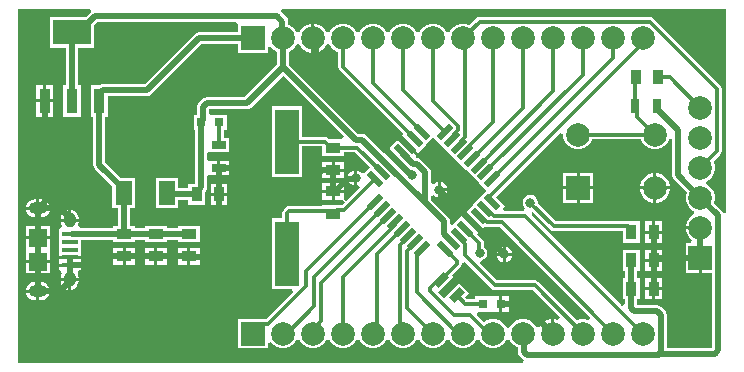
<source format=gtl>
G04*
G04 #@! TF.GenerationSoftware,Altium Limited,Altium Designer,24.5.2 (23)*
G04*
G04 Layer_Physical_Order=1*
G04 Layer_Color=255*
%FSLAX44Y44*%
%MOMM*%
G71*
G04*
G04 #@! TF.SameCoordinates,52CA54B2-E9F7-45E4-B012-8A7E883E60BD*
G04*
G04*
G04 #@! TF.FilePolarity,Positive*
G04*
G01*
G75*
G04:AMPARAMS|DCode=13|XSize=0.55mm|YSize=1.5mm|CornerRadius=0mm|HoleSize=0mm|Usage=FLASHONLY|Rotation=45.000|XOffset=0mm|YOffset=0mm|HoleType=Round|Shape=Rectangle|*
%AMROTATEDRECTD13*
4,1,4,0.3359,-0.7248,-0.7248,0.3359,-0.3359,0.7248,0.7248,-0.3359,0.3359,-0.7248,0.0*
%
%ADD13ROTATEDRECTD13*%

G04:AMPARAMS|DCode=14|XSize=0.55mm|YSize=1.5mm|CornerRadius=0mm|HoleSize=0mm|Usage=FLASHONLY|Rotation=315.000|XOffset=0mm|YOffset=0mm|HoleType=Round|Shape=Rectangle|*
%AMROTATEDRECTD14*
4,1,4,-0.7248,-0.3359,0.3359,0.7248,0.7248,0.3359,-0.3359,-0.7248,-0.7248,-0.3359,0.0*
%
%ADD14ROTATEDRECTD14*%

%ADD15R,1.3000X0.9000*%
%ADD16R,0.9000X1.3000*%
G04:AMPARAMS|DCode=17|XSize=0.7mm|YSize=1.3mm|CornerRadius=0mm|HoleSize=0mm|Usage=FLASHONLY|Rotation=135.000|XOffset=0mm|YOffset=0mm|HoleType=Round|Shape=Rectangle|*
%AMROTATEDRECTD17*
4,1,4,0.7071,0.2121,-0.2121,-0.7071,-0.7071,-0.2121,0.2121,0.7071,0.7071,0.2121,0.0*
%
%ADD17ROTATEDRECTD17*%

%ADD18R,0.8000X0.8000*%
%ADD19R,0.7000X1.3000*%
%ADD20R,0.9500X2.1500*%
%ADD21R,3.2500X2.1500*%
%ADD22R,1.5000X1.5000*%
%ADD23R,1.3500X0.4000*%
%ADD24R,1.4000X2.0300*%
%ADD25R,1.3000X0.7000*%
%ADD26R,2.0000X5.5000*%
%ADD46C,0.5000*%
%ADD47C,0.3000*%
%ADD48R,2.0000X2.0000*%
%ADD49C,2.0000*%
%ADD50O,1.5500X1.0000*%
%ADD51O,1.0000X1.3000*%
%ADD52R,2.0000X2.0000*%
%ADD53C,0.8000*%
G36*
X61764Y297949D02*
X61790Y297500D01*
X57540Y293250D01*
X27250D01*
Y266750D01*
X40902D01*
Y235250D01*
X38750D01*
Y208750D01*
X53250D01*
Y235250D01*
X51098D01*
Y266750D01*
X64750D01*
Y286040D01*
X67612Y288902D01*
X184781D01*
X186700Y287500D01*
X186700Y286402D01*
Y280098D01*
X153350D01*
X151399Y279710D01*
X149745Y278605D01*
X107488Y236348D01*
X72250D01*
X70299Y235960D01*
X69237Y235250D01*
X61750D01*
Y208750D01*
X63902D01*
Y167750D01*
X64290Y165799D01*
X65395Y164145D01*
X80100Y149440D01*
Y131350D01*
X84902D01*
Y116500D01*
X81000D01*
Y114598D01*
X52753D01*
X51166Y117098D01*
X51346Y117532D01*
X51605Y119500D01*
Y119730D01*
X44000D01*
Y121000D01*
D01*
Y119730D01*
X36395D01*
Y119500D01*
X36654Y117532D01*
X37288Y116000D01*
X36862Y114869D01*
X35949Y113500D01*
X34750D01*
Y104500D01*
Y94040D01*
X34710D01*
Y90770D01*
X53290D01*
Y94040D01*
X53250D01*
Y104402D01*
X81000D01*
Y102500D01*
X99000D01*
Y104402D01*
X108000D01*
Y102500D01*
X126000D01*
Y104402D01*
X136000D01*
Y102500D01*
X154000D01*
Y116500D01*
X136000D01*
Y114598D01*
X126000D01*
Y116500D01*
X108000D01*
Y114598D01*
X99000D01*
Y116500D01*
X95098D01*
Y131350D01*
X99100D01*
Y156650D01*
X87310D01*
X74098Y169862D01*
Y208750D01*
X76250D01*
Y226152D01*
X109600D01*
X111551Y226540D01*
X113205Y227645D01*
X155462Y269902D01*
X186700D01*
Y262500D01*
X211700D01*
Y267343D01*
X214200Y268013D01*
X214597Y267325D01*
X216925Y264998D01*
X219502Y263510D01*
Y252712D01*
X191888Y225098D01*
X159929D01*
X157978Y224710D01*
X156324Y223605D01*
X153395Y220676D01*
X152290Y219022D01*
X151902Y217071D01*
Y210500D01*
X149000D01*
Y197500D01*
X150402D01*
Y152000D01*
X144500D01*
Y148098D01*
X135900D01*
Y156650D01*
X116900D01*
Y131350D01*
X135900D01*
Y137902D01*
X144500D01*
Y134000D01*
X158500D01*
Y144790D01*
X159105Y145395D01*
X160210Y147049D01*
X160598Y149000D01*
Y157110D01*
X160960Y159460D01*
X163098Y159460D01*
X168730D01*
Y165500D01*
Y171540D01*
X163098D01*
X160960Y171540D01*
X160598Y173890D01*
Y176167D01*
X161000Y178500D01*
X163098Y178500D01*
X179000D01*
Y190500D01*
X174578D01*
Y197500D01*
X177000D01*
Y210500D01*
X164598D01*
X164000Y210500D01*
X162098Y211944D01*
Y214902D01*
X194000D01*
X195951Y215290D01*
X197605Y216395D01*
X224600Y243390D01*
X275991Y192000D01*
X274955Y189500D01*
X263768D01*
X262884Y190384D01*
X261561Y191268D01*
X260000Y191578D01*
X260000Y191578D01*
X240500D01*
Y217500D01*
X215500D01*
Y157500D01*
X240500D01*
Y183422D01*
X258000D01*
Y175500D01*
X276000D01*
Y178422D01*
X285526D01*
X298204Y165744D01*
X293216Y160755D01*
X291233Y161016D01*
X290016Y162233D01*
X288524Y163094D01*
X287270Y163430D01*
Y157000D01*
Y150570D01*
X288089Y150789D01*
X289024Y149833D01*
X289546Y148710D01*
X278006Y137171D01*
X276040Y138740D01*
X276040Y140844D01*
Y144230D01*
X268270D01*
Y138460D01*
X273556D01*
X275760Y138460D01*
X277329Y136494D01*
X274414Y133578D01*
X270000D01*
X269606Y133500D01*
X258000D01*
Y133078D01*
X230000D01*
X228439Y132768D01*
X227116Y131884D01*
X227116Y131884D01*
X225116Y129884D01*
X224232Y128561D01*
X223922Y127000D01*
X223922Y127000D01*
Y122500D01*
X215500D01*
Y62500D01*
X232466D01*
X233423Y60190D01*
X210732Y37500D01*
X186700D01*
Y12500D01*
X211700D01*
Y17343D01*
X214200Y18013D01*
X214597Y17325D01*
X216925Y14998D01*
X219775Y13352D01*
X222954Y12500D01*
X226246D01*
X229425Y13352D01*
X232275Y14998D01*
X234603Y17325D01*
X235917Y19602D01*
X236998Y19856D01*
X237602D01*
X238683Y19602D01*
X239998Y17325D01*
X242325Y14998D01*
X245175Y13352D01*
X248354Y12500D01*
X251646D01*
X254825Y13352D01*
X257675Y14998D01*
X260002Y17325D01*
X261317Y19602D01*
X262398Y19856D01*
X263002D01*
X264083Y19602D01*
X265397Y17325D01*
X267725Y14998D01*
X270575Y13352D01*
X273754Y12500D01*
X277046D01*
X280225Y13352D01*
X283075Y14998D01*
X285403Y17325D01*
X286717Y19602D01*
X287798Y19856D01*
X288402D01*
X289483Y19602D01*
X290798Y17325D01*
X293125Y14998D01*
X295975Y13352D01*
X299154Y12500D01*
X302446D01*
X305625Y13352D01*
X308475Y14998D01*
X310802Y17325D01*
X312117Y19602D01*
X313198Y19856D01*
X313802D01*
X314883Y19602D01*
X316197Y17325D01*
X318525Y14998D01*
X321375Y13352D01*
X324554Y12500D01*
X327846D01*
X331025Y13352D01*
X333875Y14998D01*
X336203Y17325D01*
X337517Y19602D01*
X338598Y19856D01*
X339202D01*
X340283Y19602D01*
X341598Y17325D01*
X343925Y14998D01*
X346775Y13352D01*
X349954Y12500D01*
X353246D01*
X356425Y13352D01*
X359275Y14998D01*
X361603Y17325D01*
X362917Y19602D01*
X363998Y19856D01*
X364602D01*
X365683Y19602D01*
X366997Y17325D01*
X369325Y14998D01*
X372175Y13352D01*
X375354Y12500D01*
X378646D01*
X381825Y13352D01*
X384675Y14998D01*
X387002Y17325D01*
X388317Y19602D01*
X389398Y19856D01*
X390002D01*
X391083Y19602D01*
X392397Y17325D01*
X394725Y14998D01*
X397575Y13352D01*
X400754Y12500D01*
X404046D01*
X407225Y13352D01*
X410075Y14998D01*
X412402Y17325D01*
X413717Y19602D01*
X414798Y19856D01*
X415402D01*
X416483Y19602D01*
X417798Y17325D01*
X420125Y14998D01*
X422975Y13352D01*
X423380Y13243D01*
Y10929D01*
X423529Y10179D01*
X423380Y9429D01*
X423768Y7478D01*
X424873Y5824D01*
X427802Y2895D01*
X428393Y2500D01*
X427635Y0D01*
X0D01*
Y300000D01*
X60980D01*
X61764Y297949D01*
D02*
G37*
G36*
X600000Y127681D02*
X598714Y127271D01*
X597500Y127265D01*
X596605Y128605D01*
X589730Y135480D01*
X590500Y138354D01*
Y141646D01*
X589648Y144825D01*
X588003Y147675D01*
X585675Y150002D01*
X583398Y151317D01*
X583144Y152398D01*
Y153002D01*
X583398Y154083D01*
X585675Y155398D01*
X588003Y157725D01*
X589648Y160575D01*
X590500Y163754D01*
Y167046D01*
X589648Y170225D01*
X589262Y170894D01*
X594884Y176516D01*
X594884Y176516D01*
X595768Y177839D01*
X596078Y179400D01*
X596078Y179400D01*
Y232199D01*
X596078Y232199D01*
X595768Y233760D01*
X594884Y235083D01*
X594884Y235083D01*
X538083Y291884D01*
X536760Y292768D01*
X535199Y293078D01*
X535199Y293078D01*
X391000D01*
X391000Y293078D01*
X389439Y292768D01*
X388116Y291884D01*
X388116Y291884D01*
X382494Y286262D01*
X381825Y286648D01*
X378646Y287500D01*
X375354D01*
X372175Y286648D01*
X369325Y285002D01*
X366997Y282675D01*
X365683Y280398D01*
X364602Y280144D01*
X363998D01*
X362917Y280398D01*
X361603Y282675D01*
X359275Y285002D01*
X356425Y286648D01*
X353246Y287500D01*
X349954D01*
X346775Y286648D01*
X343925Y285002D01*
X341598Y282675D01*
X340283Y280398D01*
X339202Y280144D01*
X338598D01*
X337517Y280398D01*
X336203Y282675D01*
X333875Y285002D01*
X331025Y286648D01*
X327846Y287500D01*
X324554D01*
X321375Y286648D01*
X318525Y285002D01*
X316197Y282675D01*
X314883Y280398D01*
X313802Y280144D01*
X313198D01*
X312117Y280398D01*
X310802Y282675D01*
X308475Y285002D01*
X305625Y286648D01*
X302446Y287500D01*
X299154D01*
X295975Y286648D01*
X293125Y285002D01*
X290798Y282675D01*
X289483Y280398D01*
X288402Y280144D01*
X287798D01*
X286717Y280398D01*
X285403Y282675D01*
X283075Y285002D01*
X280225Y286648D01*
X277046Y287500D01*
X273754D01*
X270575Y286648D01*
X267725Y285002D01*
X265397Y282675D01*
X264111Y280447D01*
X263132Y280202D01*
X262285Y280205D01*
X261332Y280453D01*
X260035Y282700D01*
X257700Y285035D01*
X254840Y286685D01*
X251651Y287540D01*
X251270D01*
Y275000D01*
Y262460D01*
X251651D01*
X254840Y263315D01*
X257700Y264965D01*
X260035Y267300D01*
X261332Y269547D01*
X262285Y269795D01*
X263132Y269798D01*
X264111Y269553D01*
X265397Y267325D01*
X267725Y264998D01*
X270575Y263352D01*
X271322Y263152D01*
Y250884D01*
X271322Y250884D01*
X271632Y249324D01*
X272516Y248001D01*
X326460Y194056D01*
X324585Y192181D01*
X331685Y185082D01*
X338784Y177982D01*
X341627Y180825D01*
X341599Y180853D01*
X345459Y184714D01*
X352000Y191255D01*
X356773Y186482D01*
X362430Y180825D01*
X368087Y175168D01*
X373744Y169511D01*
X379400Y163854D01*
X385057Y158198D01*
X390714Y152541D01*
X397255Y146000D01*
X390714Y139459D01*
X385057Y133802D01*
X381197Y129942D01*
X381168Y129970D01*
X378326Y127127D01*
X385425Y120028D01*
X392524Y112929D01*
X395367Y115771D01*
X395980Y115429D01*
X395982Y115428D01*
X396241Y115376D01*
X396241Y115376D01*
X397543Y115117D01*
X397543Y115117D01*
X408115D01*
X484380Y38852D01*
X484149Y38318D01*
X482911Y36786D01*
X480246Y37500D01*
X476954D01*
X473775Y36648D01*
X473106Y36262D01*
X440571Y68797D01*
X439248Y69681D01*
X437687Y69992D01*
X437687Y69991D01*
X405776D01*
X391768Y84000D01*
X391795Y84774D01*
X392603Y86700D01*
X393509Y86943D01*
X394991Y87799D01*
X396201Y89009D01*
X397057Y90491D01*
X397500Y92144D01*
Y93856D01*
X397057Y95509D01*
X396201Y96991D01*
X394991Y98201D01*
X394921Y98241D01*
Y101500D01*
X394921Y101500D01*
X394611Y103061D01*
X393727Y104384D01*
X388853Y109257D01*
X390728Y111132D01*
X383629Y118232D01*
X376530Y125331D01*
X373687Y122489D01*
X373715Y122460D01*
X368563Y117308D01*
X366063Y117982D01*
Y120064D01*
X365675Y122015D01*
X364570Y123669D01*
X350098Y138141D01*
Y141117D01*
X352598Y142153D01*
X352984Y141767D01*
X354476Y140906D01*
X355730Y140570D01*
Y147000D01*
Y153430D01*
X354476Y153094D01*
X352984Y152233D01*
X352598Y151847D01*
X350098Y152882D01*
Y161485D01*
X349710Y163436D01*
X348605Y165090D01*
X341418Y172276D01*
X339765Y173382D01*
X338058Y173721D01*
X337616Y174434D01*
X337141Y176033D01*
X329889Y183286D01*
X322789Y190385D01*
X319947Y187543D01*
X319975Y187514D01*
X316143Y183682D01*
X316114Y183710D01*
X313272Y180868D01*
X320371Y173768D01*
X318575Y171972D01*
X311476Y179071D01*
X310145Y177741D01*
X295281Y192605D01*
X293627Y193710D01*
X291676Y194098D01*
X288312D01*
X229698Y252712D01*
Y263510D01*
X232275Y264998D01*
X234603Y267325D01*
X235889Y269553D01*
X236868Y269798D01*
X237715Y269795D01*
X238668Y269547D01*
X239965Y267300D01*
X242300Y264965D01*
X245160Y263315D01*
X248349Y262460D01*
X248730D01*
Y275000D01*
Y287540D01*
X248349D01*
X245160Y286685D01*
X242300Y285035D01*
X239965Y282700D01*
X238668Y280453D01*
X237715Y280205D01*
X236868Y280202D01*
X235889Y280447D01*
X234603Y282675D01*
X232275Y285002D01*
X229425Y286648D01*
X229125Y286728D01*
Y289176D01*
X228737Y291127D01*
X227632Y292781D01*
X222913Y297500D01*
X222939Y297949D01*
X223723Y300000D01*
X600000D01*
Y127681D01*
D02*
G37*
G36*
X462000Y194017D02*
Y191854D01*
X462852Y188675D01*
X464497Y185825D01*
X466825Y183498D01*
X469675Y181852D01*
X472854Y181000D01*
X476146D01*
X479325Y181852D01*
X482175Y183498D01*
X484502Y185825D01*
X486148Y188675D01*
X486348Y189422D01*
X527652D01*
X527852Y188675D01*
X529497Y185825D01*
X531825Y183498D01*
X534675Y181852D01*
X537854Y181000D01*
X541146D01*
X544325Y181852D01*
X547175Y183498D01*
X549502Y185825D01*
X551148Y188675D01*
X551526Y190084D01*
X554026Y189755D01*
Y158876D01*
X554414Y156925D01*
X555519Y155272D01*
X566270Y144520D01*
X565500Y141646D01*
Y138354D01*
X566352Y135175D01*
X567998Y132325D01*
X570325Y129998D01*
X572553Y128711D01*
X572798Y127732D01*
X572795Y126885D01*
X572547Y125932D01*
X570300Y124635D01*
X567966Y122300D01*
X566315Y119440D01*
X565460Y116251D01*
Y115870D01*
X578000D01*
Y113330D01*
X565460D01*
Y112949D01*
X566315Y109760D01*
X567966Y106900D01*
X570300Y104565D01*
X570864Y104240D01*
X570194Y101740D01*
X565460D01*
Y90470D01*
X578000D01*
Y89200D01*
X579270D01*
Y76660D01*
X587902D01*
Y13098D01*
X549498D01*
Y41041D01*
X549110Y42991D01*
X548005Y44645D01*
X545045Y47605D01*
X543391Y48710D01*
X541441Y49098D01*
X524098D01*
Y54000D01*
X526500D01*
Y72000D01*
X524598D01*
Y78000D01*
X526500D01*
Y96000D01*
X512500D01*
Y78000D01*
X514402D01*
Y72000D01*
X512500D01*
Y54000D01*
X513902D01*
Y49801D01*
X511402Y48766D01*
X435007Y125160D01*
X435830Y127873D01*
X436272Y127961D01*
X451116Y113116D01*
X451116Y113116D01*
X452439Y112232D01*
X454000Y111922D01*
X454000Y111922D01*
X512500D01*
Y102000D01*
X526500D01*
Y120000D01*
X516894D01*
X516500Y120078D01*
X516500Y120078D01*
X455689D01*
X440500Y135268D01*
Y136856D01*
X440057Y138509D01*
X439201Y139991D01*
X437991Y141201D01*
X436509Y142057D01*
X434856Y142500D01*
X433144D01*
X431491Y142057D01*
X430009Y141201D01*
X428799Y139991D01*
X427943Y138509D01*
X427500Y136856D01*
Y135144D01*
X427943Y133491D01*
X428799Y132009D01*
X429377Y131431D01*
X428483Y128931D01*
X411736D01*
X410780Y131241D01*
X412281Y132742D01*
X404735Y140288D01*
X459500Y195053D01*
X462000Y194017D01*
D02*
G37*
G36*
X401203Y63029D02*
X402526Y62145D01*
X404087Y61835D01*
X404087Y61835D01*
X435998D01*
X458880Y38953D01*
X457454Y36842D01*
X454851Y37540D01*
X454470D01*
Y25000D01*
X451930D01*
Y37540D01*
X451549D01*
X448360Y36685D01*
X445500Y35034D01*
X443166Y32700D01*
X441868Y30453D01*
X440915Y30206D01*
X440068Y30202D01*
X439089Y30447D01*
X437803Y32675D01*
X435475Y35003D01*
X432625Y36648D01*
X429446Y37500D01*
X426154D01*
X422975Y36648D01*
X420125Y35003D01*
X417798Y32675D01*
X416483Y30398D01*
X415402Y30143D01*
X414798D01*
X413717Y30398D01*
X412402Y32675D01*
X410075Y35003D01*
X407225Y36648D01*
X404046Y37500D01*
X400754D01*
X397575Y36648D01*
X394750Y35017D01*
X388768Y41000D01*
X389803Y43500D01*
X399977D01*
X402460Y43460D01*
X402983Y43460D01*
X407730D01*
Y50000D01*
Y56540D01*
X402983D01*
X402460Y56540D01*
X399977Y56500D01*
X387500D01*
Y54078D01*
X380689D01*
X378844Y55924D01*
X382324Y59404D01*
X373839Y67889D01*
X361157Y55207D01*
X356207Y60157D01*
X368889Y72839D01*
X367530Y74198D01*
X374625Y81292D01*
X375509Y82615D01*
X375819Y84176D01*
X375819Y84176D01*
Y84878D01*
X378319Y85913D01*
X401203Y63029D01*
D02*
G37*
%LPC*%
G36*
X30290Y235290D02*
X24270D01*
Y223270D01*
X30290D01*
Y235290D01*
D02*
G37*
G36*
X21730D02*
X15710D01*
Y223270D01*
X21730D01*
Y235290D01*
D02*
G37*
G36*
X30290Y220730D02*
X24270D01*
Y208710D01*
X30290D01*
Y220730D01*
D02*
G37*
G36*
X21730D02*
X15710D01*
Y208710D01*
X21730D01*
Y220730D01*
D02*
G37*
G36*
X171270Y171540D02*
Y166770D01*
X179040D01*
Y171540D01*
X171270D01*
D02*
G37*
G36*
X276040Y170540D02*
X268270D01*
Y164770D01*
X276040D01*
Y170540D01*
D02*
G37*
G36*
X265730D02*
X257960D01*
Y164770D01*
X265730D01*
Y170540D01*
D02*
G37*
G36*
X179040Y164230D02*
X171270D01*
Y159460D01*
X179040D01*
Y164230D01*
D02*
G37*
G36*
X284730Y163430D02*
X283476Y163094D01*
X281984Y162233D01*
X280767Y161016D01*
X279906Y159524D01*
X279570Y158270D01*
X284730D01*
Y163430D01*
D02*
G37*
G36*
X276040Y162230D02*
X268270D01*
Y156460D01*
X276040D01*
Y162230D01*
D02*
G37*
G36*
X265730D02*
X257960D01*
Y156460D01*
X265730D01*
Y162230D01*
D02*
G37*
G36*
X284730Y155730D02*
X279570D01*
X279906Y154476D01*
X280767Y152984D01*
X281984Y151767D01*
X283476Y150906D01*
X284730Y150570D01*
Y155730D01*
D02*
G37*
G36*
X276040Y152540D02*
X268270D01*
Y146770D01*
X276040D01*
Y152540D01*
D02*
G37*
G36*
X265730D02*
X257960D01*
Y146770D01*
X265730D01*
Y152540D01*
D02*
G37*
G36*
X177540Y152040D02*
X171770D01*
Y144270D01*
X177540D01*
Y152040D01*
D02*
G37*
G36*
X169230D02*
X163460D01*
Y144270D01*
X169230D01*
Y152040D01*
D02*
G37*
G36*
X265730Y144230D02*
X257960D01*
Y138460D01*
X265730D01*
Y144230D01*
D02*
G37*
G36*
X177540Y141730D02*
X171770D01*
Y133960D01*
X177540D01*
Y141730D01*
D02*
G37*
G36*
X169230D02*
X163460D01*
Y133960D01*
X169230D01*
Y141730D01*
D02*
G37*
G36*
X19750Y138605D02*
X18270D01*
Y132270D01*
X27188D01*
X27096Y132968D01*
X26336Y134803D01*
X25128Y136378D01*
X23552Y137586D01*
X21718Y138346D01*
X19750Y138605D01*
D02*
G37*
G36*
X15730D02*
X14250D01*
X12282Y138346D01*
X10447Y137586D01*
X8872Y136378D01*
X7664Y134803D01*
X6904Y132968D01*
X6812Y132270D01*
X15730D01*
Y138605D01*
D02*
G37*
G36*
X27188Y129730D02*
X18270D01*
Y123395D01*
X19750D01*
X21718Y123654D01*
X23552Y124414D01*
X25128Y125622D01*
X26336Y127198D01*
X27096Y129032D01*
X27188Y129730D01*
D02*
G37*
G36*
X15730D02*
X6812D01*
X6904Y129032D01*
X7664Y127198D01*
X8872Y125622D01*
X10447Y124414D01*
X12282Y123654D01*
X14250Y123395D01*
X15730D01*
Y129730D01*
D02*
G37*
G36*
X45270Y129938D02*
Y122270D01*
X51605D01*
Y122500D01*
X51346Y124468D01*
X50586Y126302D01*
X49378Y127878D01*
X47803Y129086D01*
X45968Y129846D01*
X45270Y129938D01*
D02*
G37*
G36*
X42730Y129938D02*
X42032Y129846D01*
X40198Y129086D01*
X38622Y127878D01*
X37414Y126302D01*
X36654Y124468D01*
X36395Y122500D01*
Y122270D01*
X42730D01*
Y129938D01*
D02*
G37*
G36*
X27040Y116040D02*
X18270D01*
Y107270D01*
X27040D01*
Y116040D01*
D02*
G37*
G36*
X15730D02*
X6960D01*
Y107270D01*
X15730D01*
Y116040D01*
D02*
G37*
G36*
X126040Y97540D02*
X118270D01*
Y91770D01*
X126040D01*
Y97540D01*
D02*
G37*
G36*
X115730D02*
X107960D01*
Y91770D01*
X115730D01*
Y97540D01*
D02*
G37*
G36*
X154040D02*
X146270D01*
Y91770D01*
X154040D01*
Y97540D01*
D02*
G37*
G36*
X143730D02*
X135960D01*
Y91770D01*
X143730D01*
Y97540D01*
D02*
G37*
G36*
X99040D02*
X91270D01*
Y91770D01*
X99040D01*
Y97540D01*
D02*
G37*
G36*
X88730D02*
X80960D01*
Y91770D01*
X88730D01*
Y97540D01*
D02*
G37*
G36*
X27040Y104730D02*
X6960D01*
Y95960D01*
Y87270D01*
X27040D01*
Y95960D01*
Y104730D01*
D02*
G37*
G36*
X53290Y88230D02*
X34710D01*
Y84960D01*
Y84270D01*
X53290D01*
Y84960D01*
Y88230D01*
D02*
G37*
G36*
X154040Y89230D02*
X146270D01*
Y83460D01*
X154040D01*
Y89230D01*
D02*
G37*
G36*
X143730D02*
X135960D01*
Y83460D01*
X143730D01*
Y89230D01*
D02*
G37*
G36*
X126040Y89230D02*
X118270D01*
Y83460D01*
X126040D01*
Y89230D01*
D02*
G37*
G36*
X115730D02*
X107960D01*
Y83460D01*
X115730D01*
Y89230D01*
D02*
G37*
G36*
X99040Y89230D02*
X91270D01*
Y83460D01*
X99040D01*
Y89230D01*
D02*
G37*
G36*
X88730D02*
X80960D01*
Y83460D01*
X88730D01*
Y89230D01*
D02*
G37*
G36*
X27040Y84730D02*
X18270D01*
Y75960D01*
X27040D01*
Y84730D01*
D02*
G37*
G36*
X15730D02*
X6960D01*
Y75960D01*
X15730D01*
Y84730D01*
D02*
G37*
G36*
X53290Y81730D02*
X34710D01*
Y78460D01*
X35918D01*
X36793Y77198D01*
X37272Y75960D01*
X36654Y74468D01*
X36395Y72500D01*
Y72270D01*
X44000D01*
X51605D01*
Y72500D01*
X51346Y74468D01*
X50728Y75960D01*
X51207Y77198D01*
X52082Y78460D01*
X53290D01*
Y81730D01*
D02*
G37*
G36*
X19750Y68605D02*
X18270D01*
Y62270D01*
X27188D01*
X27096Y62968D01*
X26336Y64802D01*
X25128Y66378D01*
X23552Y67586D01*
X21718Y68346D01*
X19750Y68605D01*
D02*
G37*
G36*
X15730D02*
X14250D01*
X12282Y68346D01*
X10447Y67586D01*
X8872Y66378D01*
X7664Y64802D01*
X6904Y62968D01*
X6812Y62270D01*
X15730D01*
Y68605D01*
D02*
G37*
G36*
X51605Y69730D02*
X45270D01*
Y62062D01*
X45968Y62154D01*
X47803Y62914D01*
X49378Y64122D01*
X50586Y65697D01*
X51346Y67532D01*
X51605Y69500D01*
Y69730D01*
D02*
G37*
G36*
X42730D02*
X36395D01*
Y69500D01*
X36654Y67532D01*
X37414Y65697D01*
X38622Y64122D01*
X40198Y62914D01*
X42032Y62154D01*
X42730Y62062D01*
Y69730D01*
D02*
G37*
G36*
X27188Y59730D02*
X18270D01*
Y53395D01*
X19750D01*
X21718Y53654D01*
X23552Y54414D01*
X25128Y55622D01*
X26336Y57197D01*
X27096Y59032D01*
X27188Y59730D01*
D02*
G37*
G36*
X15730D02*
X6812D01*
X6904Y59032D01*
X7664Y57197D01*
X8872Y55622D01*
X10447Y54414D01*
X12282Y53654D01*
X14250Y53395D01*
X15730D01*
Y59730D01*
D02*
G37*
G36*
X358270Y153430D02*
Y148270D01*
X363430D01*
X363094Y149524D01*
X362233Y151016D01*
X361016Y152233D01*
X359524Y153094D01*
X358270Y153430D01*
D02*
G37*
G36*
X363430Y145730D02*
X358270D01*
Y140570D01*
X359524Y140906D01*
X361016Y141767D01*
X362233Y142984D01*
X363094Y144476D01*
X363430Y145730D01*
D02*
G37*
G36*
X413270Y98430D02*
Y93270D01*
X418430D01*
X418094Y94524D01*
X417233Y96016D01*
X416016Y97233D01*
X414524Y98094D01*
X413270Y98430D01*
D02*
G37*
G36*
X410730D02*
X409476Y98094D01*
X407984Y97233D01*
X406767Y96016D01*
X405906Y94524D01*
X405570Y93270D01*
X410730D01*
Y98430D01*
D02*
G37*
G36*
X418430Y90730D02*
X413270D01*
Y85570D01*
X414524Y85906D01*
X416016Y86767D01*
X417233Y87984D01*
X418094Y89476D01*
X418430Y90730D01*
D02*
G37*
G36*
X410730D02*
X405570D01*
X405906Y89476D01*
X406767Y87984D01*
X407984Y86767D01*
X409476Y85906D01*
X410730Y85570D01*
Y90730D01*
D02*
G37*
G36*
X487040Y161040D02*
X475770D01*
Y149770D01*
X487040D01*
Y161040D01*
D02*
G37*
G36*
X473230D02*
X461960D01*
Y149770D01*
X473230D01*
Y161040D01*
D02*
G37*
G36*
X541151D02*
X540770D01*
Y149770D01*
X552040D01*
Y150151D01*
X551185Y153340D01*
X549534Y156200D01*
X547200Y158534D01*
X544340Y160185D01*
X541151Y161040D01*
D02*
G37*
G36*
X538230D02*
X537849D01*
X534660Y160185D01*
X531800Y158534D01*
X529465Y156200D01*
X527815Y153340D01*
X526960Y150151D01*
Y149770D01*
X538230D01*
Y161040D01*
D02*
G37*
G36*
X552040Y147230D02*
X540770D01*
Y135960D01*
X541151D01*
X544340Y136815D01*
X547200Y138465D01*
X549534Y140800D01*
X551185Y143660D01*
X552040Y146849D01*
Y147230D01*
D02*
G37*
G36*
X538230D02*
X526960D01*
Y146849D01*
X527815Y143660D01*
X529465Y140800D01*
X531800Y138465D01*
X534660Y136815D01*
X537849Y135960D01*
X538230D01*
Y147230D01*
D02*
G37*
G36*
X487040Y147230D02*
X475770D01*
Y135960D01*
X487040D01*
Y147230D01*
D02*
G37*
G36*
X473230D02*
X461960D01*
Y135960D01*
X473230D01*
Y147230D01*
D02*
G37*
G36*
X545540Y120040D02*
X539770D01*
Y112270D01*
X545540D01*
Y120040D01*
D02*
G37*
G36*
X537230D02*
X531460D01*
Y112270D01*
X537230D01*
Y120040D01*
D02*
G37*
G36*
X545540Y109730D02*
X539770D01*
Y101960D01*
X545540D01*
Y109730D01*
D02*
G37*
G36*
X537230D02*
X531460D01*
Y101960D01*
X537230D01*
Y109730D01*
D02*
G37*
G36*
X545540Y96040D02*
X539770D01*
Y88270D01*
X545540D01*
Y96040D01*
D02*
G37*
G36*
X537230D02*
X531460D01*
Y88270D01*
X537230D01*
Y96040D01*
D02*
G37*
G36*
X545540Y85730D02*
X539770D01*
Y77960D01*
X545540D01*
Y85730D01*
D02*
G37*
G36*
X537230D02*
X531460D01*
Y77960D01*
X537230D01*
Y85730D01*
D02*
G37*
G36*
X576730Y87930D02*
X565460D01*
Y76660D01*
X576730D01*
Y87930D01*
D02*
G37*
G36*
X545540Y72040D02*
X539770D01*
Y64270D01*
X545540D01*
Y72040D01*
D02*
G37*
G36*
X537230D02*
X531460D01*
Y64270D01*
X537230D01*
Y72040D01*
D02*
G37*
G36*
X545540Y61730D02*
X539770D01*
Y53960D01*
X545540D01*
Y61730D01*
D02*
G37*
G36*
X537230D02*
X531460D01*
Y53960D01*
X537230D01*
Y61730D01*
D02*
G37*
G36*
X410270Y56540D02*
Y51270D01*
X415540D01*
Y56540D01*
X410270D01*
D02*
G37*
G36*
X415540Y48730D02*
X410270D01*
Y43460D01*
X415540D01*
Y48730D01*
D02*
G37*
%LPD*%
D13*
X342100Y195497D02*
D03*
X336444Y189841D02*
D03*
X330787Y184184D02*
D03*
X325130Y178527D02*
D03*
X319473Y172870D02*
D03*
X313816Y167213D02*
D03*
X308159Y161556D02*
D03*
X302502Y155899D02*
D03*
X361899Y96503D02*
D03*
X367556Y102159D02*
D03*
X373213Y107816D02*
D03*
X378870Y113473D02*
D03*
X384527Y119130D02*
D03*
X390184Y124787D02*
D03*
X395841Y130444D02*
D03*
X401497Y136101D02*
D03*
D14*
X302502D02*
D03*
X308159Y130444D02*
D03*
X313816Y124787D02*
D03*
X319473Y119130D02*
D03*
X325130Y113473D02*
D03*
X330787Y107816D02*
D03*
X336444Y102159D02*
D03*
X342100Y96503D02*
D03*
X401497Y155899D02*
D03*
X395841Y161556D02*
D03*
X390184Y167213D02*
D03*
X384527Y172870D02*
D03*
X378870Y178527D02*
D03*
X373213Y184184D02*
D03*
X367556Y189841D02*
D03*
X361899Y195497D02*
D03*
D15*
X267000Y163500D02*
D03*
Y182500D02*
D03*
Y145500D02*
D03*
Y126500D02*
D03*
X145000Y90500D02*
D03*
X145000Y109500D02*
D03*
X117000Y90500D02*
D03*
X117000Y109500D02*
D03*
X90000Y90500D02*
D03*
X90000Y109500D02*
D03*
D16*
X538500Y63000D02*
D03*
X519500D02*
D03*
X538500Y87000D02*
D03*
X519500D02*
D03*
Y111000D02*
D03*
X538500D02*
D03*
X542500Y242000D02*
D03*
X523500D02*
D03*
X170500Y143000D02*
D03*
X151500Y143000D02*
D03*
D17*
X371717Y57283D02*
D03*
X358283Y70718D02*
D03*
D18*
X409000Y50000D02*
D03*
X394000Y50000D02*
D03*
X170500Y204000D02*
D03*
X155500D02*
D03*
D19*
X522500Y218000D02*
D03*
X541500D02*
D03*
D20*
X69000Y222000D02*
D03*
X46000Y222000D02*
D03*
X23000Y222000D02*
D03*
D21*
X46000Y280000D02*
D03*
D22*
X17000Y86000D02*
D03*
Y106000D02*
D03*
D23*
X44000Y83000D02*
D03*
Y89500D02*
D03*
Y96000D02*
D03*
Y102500D02*
D03*
Y109000D02*
D03*
D24*
X89600Y144000D02*
D03*
X126400D02*
D03*
D25*
X170000Y165500D02*
D03*
Y184500D02*
D03*
D26*
X228000Y187500D02*
D03*
Y92500D02*
D03*
D46*
X224027Y275830D02*
Y289176D01*
X219203Y294000D02*
X224027Y289176D01*
X65500Y294000D02*
X219203D01*
X51500Y280000D02*
X65500Y294000D01*
X224027Y275830D02*
X224600Y275257D01*
X46000Y280000D02*
X51500D01*
X224600Y250600D02*
Y275000D01*
X159929Y220000D02*
X194000D01*
X157000Y205500D02*
Y217071D01*
X159929Y220000D01*
X155500Y204000D02*
X157000Y205500D01*
X194000Y220000D02*
X224600Y250600D01*
X69500Y90500D02*
X117000D01*
X62000Y83000D02*
X69500Y90500D01*
X44000Y83000D02*
X62000D01*
X46375Y109500D02*
X90000D01*
X312882Y179815D02*
X326418Y166279D01*
X44000Y83000D02*
Y87000D01*
Y71000D02*
Y83000D01*
X180500Y165500D02*
X193000Y153000D01*
X247000D02*
X257500Y163500D01*
X193000Y153000D02*
X247000D01*
X333274Y159672D02*
X334086D01*
X312882Y183957D02*
X319700Y190775D01*
X326418Y166279D02*
X331525Y161172D01*
X252238Y262732D02*
X330787Y184184D01*
X331774Y161172D02*
X333274Y159672D01*
X331525Y161172D02*
X331774D01*
X312882Y179815D02*
Y183957D01*
X326418Y166279D02*
X326418D01*
X319700Y190775D02*
X323842D01*
X578000Y140000D02*
X593000Y125000D01*
X590071Y8000D02*
X593000Y10929D01*
X544400Y8000D02*
X590071D01*
X593000Y10929D02*
Y125000D01*
X542612Y8000D02*
X544400D01*
X428478Y9429D02*
X431407Y6500D01*
X428478Y10929D02*
Y24322D01*
X431407Y6500D02*
X542612D01*
X427800Y25000D02*
X428478Y24322D01*
X542612Y8000D02*
X544400Y9788D01*
X541441Y44000D02*
X544400Y41041D01*
X521929Y44000D02*
X541441D01*
X544400Y9788D02*
Y41041D01*
X519000Y46929D02*
X521929Y44000D01*
X519000Y46929D02*
Y62500D01*
X286200Y189000D02*
X291676D01*
X313463Y167213D01*
X313816D01*
X224600Y250600D02*
X286200Y189000D01*
X345000Y137816D02*
Y161485D01*
X334632Y168672D02*
X337814D01*
X325130Y178173D02*
X334632Y168672D01*
X337814D02*
X345000Y161485D01*
X325130Y178173D02*
Y178527D01*
X360965Y109104D02*
X367556Y102513D01*
X360965Y109104D02*
Y120064D01*
X344824Y136206D02*
X360965Y120064D01*
X367556Y102159D02*
Y102513D01*
X313816Y167213D02*
X344824Y136206D01*
X257500Y163500D02*
X267000D01*
Y145500D02*
X269000D01*
X279543Y156043D01*
X285043D01*
X286000Y157000D01*
X384527Y119130D02*
Y119302D01*
X357000Y146828D02*
Y147000D01*
Y146828D02*
X384527Y119302D01*
X170000Y165500D02*
X180500D01*
X384527Y119130D02*
X384698D01*
X411828Y92000D01*
X412000D01*
X541500Y215000D02*
Y218000D01*
X559124Y158876D02*
X578000Y140000D01*
X559124Y158876D02*
Y197376D01*
X541500Y215000D02*
X559124Y197376D01*
X538500Y87000D02*
Y111000D01*
Y63000D02*
Y87000D01*
X540700Y89200D02*
X578000D01*
X538500Y87000D02*
X540700Y89200D01*
X578000D02*
Y114600D01*
X519500Y63000D02*
Y87000D01*
X519000Y62500D02*
X519500Y63000D01*
X409000Y50000D02*
X428200D01*
X453200Y25000D01*
X117000Y90500D02*
X145000D01*
X145500Y90000D01*
X168743D01*
X170500Y91757D01*
Y143000D01*
X126400Y144000D02*
X127400Y143000D01*
X151500D01*
Y145000D01*
X155500Y149000D02*
Y204000D01*
X151500Y145000D02*
X155500Y149000D01*
X170500Y143000D02*
Y165000D01*
X170000Y165500D02*
X170500Y165000D01*
X46000Y222000D02*
Y280000D01*
X69000Y167750D02*
Y222000D01*
Y228000D01*
Y167750D02*
X89600Y147150D01*
X109600Y231250D02*
X153350Y275000D01*
X199200D01*
X69000Y228000D02*
X72250Y231250D01*
X109600D01*
X17856Y131000D02*
X35500D01*
X17856D02*
X23000Y136144D01*
X17000Y131000D02*
X17856D01*
X23000Y136144D02*
Y222000D01*
X35500Y131000D02*
X44000Y122500D01*
Y121000D02*
Y122500D01*
X35500Y61000D02*
X44000Y69500D01*
Y71000D01*
X17000Y61000D02*
X35500D01*
X17000Y86000D02*
Y106000D01*
Y131000D01*
Y61000D02*
Y86000D01*
X89600Y144000D02*
Y147150D01*
Y144000D02*
X90000Y143600D01*
Y109500D02*
Y143600D01*
X117000Y109500D02*
X145000D01*
X90000D02*
X117000D01*
X267000Y145500D02*
Y163500D01*
X453200Y25000D02*
X454100Y25900D01*
X250000Y275000D02*
X252238Y272762D01*
Y262732D02*
Y272762D01*
D47*
X377000Y275000D02*
X391000Y289000D01*
X535199D01*
X44000Y109000D02*
X48750D01*
X429547Y124853D02*
X529400Y25000D01*
X403199Y124853D02*
X429547D01*
X228000Y92500D02*
Y127000D01*
X230000Y129000D02*
X264500D01*
X267000Y126500D02*
X270000Y129500D01*
X264500Y129000D02*
X267000Y126500D01*
X228000Y127000D02*
X230000Y129000D01*
X304000Y28200D02*
Y92343D01*
X325130Y113473D01*
X300800Y25000D02*
X304000Y28200D01*
X358283Y70718D02*
X371741Y84176D01*
X361899Y96503D02*
X362757Y95645D01*
X362757D02*
X371741Y86661D01*
Y84176D02*
Y86661D01*
X399000Y25000D02*
X402400D01*
X369718Y40879D02*
X383121D01*
X399000Y25000D01*
X356121Y70718D02*
X358283D01*
X349243Y61354D02*
Y63839D01*
X356121Y70718D01*
X349243Y61354D02*
X369718Y40879D01*
X437687Y65913D02*
X478600Y25000D01*
X404087Y65913D02*
X437687D01*
X378804Y91196D02*
Y100457D01*
Y91196D02*
X404087Y65913D01*
X390843Y93157D02*
Y101500D01*
Y93157D02*
X391000Y93000D01*
X378870Y113473D02*
X390843Y101500D01*
X367556Y189841D02*
Y191608D01*
X351600Y222061D02*
X373147Y200513D01*
X367556Y191608D02*
X373147Y197199D01*
X351600Y222061D02*
Y275000D01*
X373147Y197199D02*
Y200513D01*
X378870Y180295D02*
X402400Y203825D01*
Y275000D01*
X427800Y216143D02*
Y275000D01*
X384527Y172870D02*
X427800Y216143D01*
X390184Y167213D02*
X453200Y230229D01*
Y275000D01*
X478600Y244316D02*
Y275000D01*
X395841Y161556D02*
X478600Y244316D01*
X504000Y258402D02*
Y275000D01*
X401497Y155899D02*
X504000Y258402D01*
X399023Y138575D02*
X401497Y136101D01*
X399023Y140343D02*
X529400Y270720D01*
X399023Y138575D02*
Y140343D01*
X529400Y270720D02*
Y275000D01*
X207154Y32954D02*
X211954D01*
X244000Y65000D02*
Y77598D01*
X211954Y32954D02*
X244000Y65000D01*
X199200Y25000D02*
X207154Y32954D01*
X244000Y77598D02*
X302502Y136101D01*
X224600Y25000D02*
X228000D01*
X251000Y48000D02*
Y73284D01*
X228000Y25000D02*
X251000Y48000D01*
X257000Y67970D02*
X313816Y124787D01*
X257000Y35257D02*
Y67970D01*
X592000Y179400D02*
Y232199D01*
X535199Y289000D02*
X592000Y232199D01*
X377000Y275000D02*
X378804Y273196D01*
X578000Y165400D02*
X592000Y179400D01*
X516500Y116000D02*
X519500Y113000D01*
Y111000D02*
Y113000D01*
X454000Y116000D02*
X516500D01*
X434000Y136000D02*
X454000Y116000D01*
X373213Y106048D02*
Y107816D01*
Y106048D02*
X378804Y100457D01*
X474500Y193500D02*
X539500D01*
X524500Y208500D02*
Y216000D01*
X522500Y218000D02*
X524500Y216000D01*
Y208500D02*
X539500Y193500D01*
X522500Y218000D02*
Y241000D01*
X523500Y242000D01*
X542500D02*
X552200D01*
X578000Y216200D01*
X390184Y124787D02*
X391952D01*
X409804Y119196D02*
X504000Y25000D01*
X397543Y119196D02*
X409804D01*
X391952Y124787D02*
X397543Y119196D01*
X397608Y130444D02*
X403199Y124853D01*
X395841Y130444D02*
X397608D01*
X379000Y50000D02*
X394000D01*
X371717Y57283D02*
X379000Y50000D01*
X371717Y57283D02*
Y57283D01*
X373000Y25000D02*
X377000D01*
X337926Y60074D02*
Y90560D01*
Y60074D02*
X373000Y25000D01*
X342100Y94735D02*
Y96503D01*
X337926Y90560D02*
X342100Y94735D01*
X324000Y100311D02*
X330787Y107098D01*
Y107816D01*
X329631Y94654D02*
X336444Y101467D01*
X324000Y27200D02*
Y100311D01*
Y27200D02*
X326200Y25000D01*
X329631Y46969D02*
Y94654D01*
X336444Y101467D02*
Y102159D01*
X329631Y46969D02*
X351600Y25000D01*
X228000Y187500D02*
X260000D01*
X265000Y182500D01*
X267000D01*
X287216D01*
X308159Y161556D01*
X170000Y184500D02*
X170500Y185000D01*
Y204000D01*
X276103Y129500D02*
X302502Y155899D01*
X302502D01*
X270000Y129500D02*
X276103D01*
X577800Y216000D02*
X578000Y216200D01*
X275400Y25000D02*
Y73289D01*
X319473Y117362D01*
X250000Y25000D02*
Y28257D01*
X257000Y35257D01*
X251000Y73284D02*
X308159Y130444D01*
X319473Y117362D02*
Y119130D01*
X378804Y191542D02*
Y273196D01*
X378870Y178527D02*
Y180295D01*
X373213Y184184D02*
Y185951D01*
X378804Y191542D01*
X326200Y231197D02*
X361899Y195498D01*
Y195497D02*
Y195498D01*
X326200Y231197D02*
Y275000D01*
X300800Y236798D02*
X342100Y195497D01*
X300800Y236798D02*
Y275000D01*
X275400Y250884D02*
X336444Y189841D01*
X275400Y250884D02*
Y275000D01*
D48*
X199200D02*
D03*
Y25000D02*
D03*
X474500Y148500D02*
D03*
D49*
X224600Y275000D02*
D03*
X250000D02*
D03*
X275400D02*
D03*
X300800D02*
D03*
X326200D02*
D03*
X351600D02*
D03*
X377000D02*
D03*
X402400D02*
D03*
X427800D02*
D03*
X453200D02*
D03*
X478600D02*
D03*
X504000D02*
D03*
X529400D02*
D03*
X224600Y25000D02*
D03*
X250000D02*
D03*
X275400D02*
D03*
X300800D02*
D03*
X326200D02*
D03*
X351600D02*
D03*
X377000D02*
D03*
X402400D02*
D03*
X427800D02*
D03*
X453200D02*
D03*
X478600D02*
D03*
X504000D02*
D03*
X529400D02*
D03*
X539500Y148500D02*
D03*
X474500Y193500D02*
D03*
X539500D02*
D03*
X578000Y190800D02*
D03*
Y216200D02*
D03*
Y140000D02*
D03*
Y165400D02*
D03*
Y114600D02*
D03*
D50*
X17000Y61000D02*
D03*
Y131000D02*
D03*
D51*
X44000Y71000D02*
D03*
Y121000D02*
D03*
D52*
X578000Y89200D02*
D03*
D53*
X334086Y159672D02*
D03*
X391000Y93000D02*
D03*
X286000Y157000D02*
D03*
X357000Y147000D02*
D03*
X434000Y136000D02*
D03*
X412000Y92000D02*
D03*
M02*

</source>
